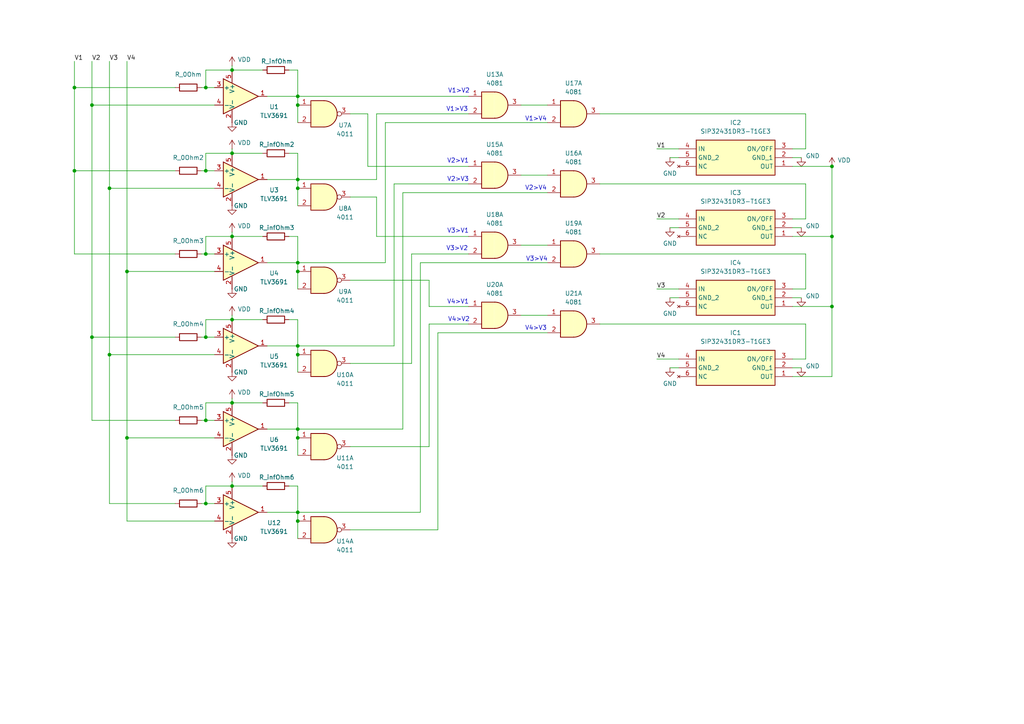
<source format=kicad_sch>
(kicad_sch (version 20231120) (generator "eeschema") (generator_version "8.0")
  (paper "A4")
  (lib_symbols
    (symbol "4xxx:4011" (pin_names (offset 1.016))
      (property "Reference" "U" (at 0 1.27 0))
      (property "Value" "4011" (at 0 -1.27 0))
      (symbol "4011_1_1"
        (arc (start 0 -3.81) (mid 3.7934 0) (end 0 3.81) (stroke (width 0.254)) (fill (type background)))
        (polyline (pts (xy 0 3.81) (xy -3.81 3.81) (xy -3.81 -3.81) (xy 0 -3.81)) (stroke (width 0.254)) (fill (type background)))
        (pin input line (at -7.62 2.54 0) (length 3.81) (name "~") (number "1"))
        (pin input line (at -7.62 -2.54 0) (length 3.81) (name "~") (number "2"))
        (pin output inverted (at 7.62 0 180) (length 3.81) (name "~") (number "3"))
      )
      (symbol "4011_1_2"
        (arc (start -3.81 -3.81) (mid -2.589 0) (end -3.81 3.81) (stroke (width 0.254)))
        (arc (start -0.6096 -3.81) (mid 2.1842 -2.5851) (end 3.81 0) (stroke (width 0.254)) (fill (type background)))
        (polyline (pts (xy -3.81 -3.81) (xy -0.635 -3.81)) (stroke (width 0.254)) (fill (type background)))
        (polyline (pts (xy -3.81 3.81) (xy -0.635 3.81)) (stroke (width 0.254)) (fill (type background)))
        (polyline (pts (xy -0.635 3.81) (xy -3.81 3.81) (xy -3.81 3.81) (xy -3.556 3.4036) (xy -3.0226 2.2606) (xy -2.6924 1.0414) (xy -2.6162 -0.254) (xy -2.7686 -1.4986) (xy -3.175 -2.7178) (xy -3.81 -3.81) (xy -3.81 -3.81) (xy -0.635 -3.81)) (stroke (width -25.4)) (fill (type background)))
        (arc (start 3.81 0) (mid 2.1915 2.5936) (end -0.6096 3.81) (stroke (width 0.254)) (fill (type background)))
        (pin input inverted (at -7.62 2.54 0) (length 4.318) (name "~") (number "1"))
        (pin input inverted (at -7.62 -2.54 0) (length 4.318) (name "~") (number "2"))
        (pin output line (at 7.62 0 180) (length 3.81) (name "~") (number "3"))
      )
      (symbol "4011_2_1"
        (arc (start 0 -3.81) (mid 3.7934 0) (end 0 3.81) (stroke (width 0.254)) (fill (type background)))
        (polyline (pts (xy 0 3.81) (xy -3.81 3.81) (xy -3.81 -3.81) (xy 0 -3.81)) (stroke (width 0.254)) (fill (type background)))
        (pin output inverted (at 7.62 0 180) (length 3.81) (name "~") (number "4"))
        (pin input line (at -7.62 2.54 0) (length 3.81) (name "~") (number "5"))
        (pin input line (at -7.62 -2.54 0) (length 3.81) (name "~") (number "6"))
      )
      (symbol "4011_2_2"
        (arc (start -3.81 -3.81) (mid -2.589 0) (end -3.81 3.81) (stroke (width 0.254)))
        (arc (start -0.6096 -3.81) (mid 2.1842 -2.5851) (end 3.81 0) (stroke (width 0.254)) (fill (type background)))
        (polyline (pts (xy -3.81 -3.81) (xy -0.635 -3.81)) (stroke (width 0.254)) (fill (type background)))
        (polyline (pts (xy -3.81 3.81) (xy -0.635 3.81)) (stroke (width 0.254)) (fill (type background)))
        (polyline (pts (xy -0.635 3.81) (xy -3.81 3.81) (xy -3.81 3.81) (xy -3.556 3.4036) (xy -3.0226 2.2606) (xy -2.6924 1.0414) (xy -2.6162 -0.254) (xy -2.7686 -1.4986) (xy -3.175 -2.7178) (xy -3.81 -3.81) (xy -3.81 -3.81) (xy -0.635 -3.81)) (stroke (width -25.4)) (fill (type background)))
        (arc (start 3.81 0) (mid 2.1915 2.5936) (end -0.6096 3.81) (stroke (width 0.254)) (fill (type background)))
        (pin output line (at 7.62 0 180) (length 3.81) (name "~") (number "4"))
        (pin input inverted (at -7.62 2.54 0) (length 4.318) (name "~") (number "5"))
        (pin input inverted (at -7.62 -2.54 0) (length 4.318) (name "~") (number "6"))
      )
      (symbol "4011_3_1"
        (arc (start 0 -3.81) (mid 3.7934 0) (end 0 3.81) (stroke (width 0.254)) (fill (type background)))
        (polyline (pts (xy 0 3.81) (xy -3.81 3.81) (xy -3.81 -3.81) (xy 0 -3.81)) (stroke (width 0.254)) (fill (type background)))
        (pin output inverted (at 7.62 0 180) (length 3.81) (name "~") (number "10"))
        (pin input line (at -7.62 2.54 0) (length 3.81) (name "~") (number "8"))
        (pin input line (at -7.62 -2.54 0) (length 3.81) (name "~") (number "9"))
      )
      (symbol "4011_3_2"
        (arc (start -3.81 -3.81) (mid -2.589 0) (end -3.81 3.81) (stroke (width 0.254)))
        (arc (start -0.6096 -3.81) (mid 2.1842 -2.5851) (end 3.81 0) (stroke (width 0.254)) (fill (type background)))
        (polyline (pts (xy -3.81 -3.81) (xy -0.635 -3.81)) (stroke (width 0.254)) (fill (type background)))
        (polyline (pts (xy -3.81 3.81) (xy -0.635 3.81)) (stroke (width 0.254)) (fill (type background)))
        (polyline (pts (xy -0.635 3.81) (xy -3.81 3.81) (xy -3.81 3.81) (xy -3.556 3.4036) (xy -3.0226 2.2606) (xy -2.6924 1.0414) (xy -2.6162 -0.254) (xy -2.7686 -1.4986) (xy -3.175 -2.7178) (xy -3.81 -3.81) (xy -3.81 -3.81) (xy -0.635 -3.81)) (stroke (width -25.4)) (fill (type background)))
        (arc (start 3.81 0) (mid 2.1915 2.5936) (end -0.6096 3.81) (stroke (width 0.254)) (fill (type background)))
        (pin output line (at 7.62 0 180) (length 3.81) (name "~") (number "10"))
        (pin input inverted (at -7.62 2.54 0) (length 4.318) (name "~") (number "8"))
        (pin input inverted (at -7.62 -2.54 0) (length 4.318) (name "~") (number "9"))
      )
      (symbol "4011_4_1"
        (arc (start 0 -3.81) (mid 3.7934 0) (end 0 3.81) (stroke (width 0.254)) (fill (type background)))
        (polyline (pts (xy 0 3.81) (xy -3.81 3.81) (xy -3.81 -3.81) (xy 0 -3.81)) (stroke (width 0.254)) (fill (type background)))
        (pin output inverted (at 7.62 0 180) (length 3.81) (name "~") (number "11"))
        (pin input line (at -7.62 2.54 0) (length 3.81) (name "~") (number "12"))
        (pin input line (at -7.62 -2.54 0) (length 3.81) (name "~") (number "13"))
      )
      (symbol "4011_4_2"
        (arc (start -3.81 -3.81) (mid -2.589 0) (end -3.81 3.81) (stroke (width 0.254)))
        (arc (start -0.6096 -3.81) (mid 2.1842 -2.5851) (end 3.81 0) (stroke (width 0.254)) (fill (type background)))
        (polyline (pts (xy -3.81 -3.81) (xy -0.635 -3.81)) (stroke (width 0.254)) (fill (type background)))
        (polyline (pts (xy -3.81 3.81) (xy -0.635 3.81)) (stroke (width 0.254)) (fill (type background)))
        (polyline (pts (xy -0.635 3.81) (xy -3.81 3.81) (xy -3.81 3.81) (xy -3.556 3.4036) (xy -3.0226 2.2606) (xy -2.6924 1.0414) (xy -2.6162 -0.254) (xy -2.7686 -1.4986) (xy -3.175 -2.7178) (xy -3.81 -3.81) (xy -3.81 -3.81) (xy -0.635 -3.81)) (stroke (width -25.4)) (fill (type background)))
        (arc (start 3.81 0) (mid 2.1915 2.5936) (end -0.6096 3.81) (stroke (width 0.254)) (fill (type background)))
        (pin output line (at 7.62 0 180) (length 3.81) (name "~") (number "11"))
        (pin input inverted (at -7.62 2.54 0) (length 4.318) (name "~") (number "12"))
        (pin input inverted (at -7.62 -2.54 0) (length 4.318) (name "~") (number "13"))
      )
      (symbol "4011_5_0"
        (pin power_in line (at 0 12.7 270) (length 5.08) (name "VDD") (number "14"))
        (pin power_in line (at 0 -12.7 90) (length 5.08) (name "VSS") (number "7"))
      )
      (symbol "4011_5_1"
        (rectangle (start -5.08 7.62) (end 5.08 -7.62) (stroke (width 0.254)) (fill (type background)))
      )
    )
    (symbol "4xxx:4081" (pin_names (offset 1.016))
      (property "Reference" "U" (at 0 1.27 0))
      (property "Value" "4081" (at 0 -1.27 0))
      (symbol "4081_1_1"
        (arc (start 0 -3.81) (mid 3.7934 0) (end 0 3.81) (stroke (width 0.254)) (fill (type background)))
        (polyline (pts (xy 0 3.81) (xy -3.81 3.81) (xy -3.81 -3.81) (xy 0 -3.81)) (stroke (width 0.254)) (fill (type background)))
        (pin input line (at -7.62 2.54 0) (length 3.81) (name "~") (number "1"))
        (pin input line (at -7.62 -2.54 0) (length 3.81) (name "~") (number "2"))
        (pin output line (at 7.62 0 180) (length 3.81) (name "~") (number "3"))
      )
      (symbol "4081_1_2"
        (arc (start -3.81 -3.81) (mid -2.589 0) (end -3.81 3.81) (stroke (width 0.254)))
        (arc (start -0.6096 -3.81) (mid 2.1842 -2.5851) (end 3.81 0) (stroke (width 0.254)) (fill (type background)))
        (polyline (pts (xy -3.81 -3.81) (xy -0.635 -3.81)) (stroke (width 0.254)) (fill (type background)))
        (polyline (pts (xy -3.81 3.81) (xy -0.635 3.81)) (stroke (width 0.254)) (fill (type background)))
        (polyline (pts (xy -0.635 3.81) (xy -3.81 3.81) (xy -3.81 3.81) (xy -3.556 3.4036) (xy -3.0226 2.2606) (xy -2.6924 1.0414) (xy -2.6162 -0.254) (xy -2.7686 -1.4986) (xy -3.175 -2.7178) (xy -3.81 -3.81) (xy -3.81 -3.81) (xy -0.635 -3.81)) (stroke (width -25.4)) (fill (type background)))
        (arc (start 3.81 0) (mid 2.1915 2.5936) (end -0.6096 3.81) (stroke (width 0.254)) (fill (type background)))
        (pin input inverted (at -7.62 2.54 0) (length 4.318) (name "~") (number "1"))
        (pin input inverted (at -7.62 -2.54 0) (length 4.318) (name "~") (number "2"))
        (pin output inverted (at 7.62 0 180) (length 3.81) (name "~") (number "3"))
      )
      (symbol "4081_2_1"
        (arc (start 0 -3.81) (mid 3.7934 0) (end 0 3.81) (stroke (width 0.254)) (fill (type background)))
        (polyline (pts (xy 0 3.81) (xy -3.81 3.81) (xy -3.81 -3.81) (xy 0 -3.81)) (stroke (width 0.254)) (fill (type background)))
        (pin output line (at 7.62 0 180) (length 3.81) (name "~") (number "4"))
        (pin input line (at -7.62 2.54 0) (length 3.81) (name "~") (number "5"))
        (pin input line (at -7.62 -2.54 0) (length 3.81) (name "~") (number "6"))
      )
      (symbol "4081_2_2"
        (arc (start -3.81 -3.81) (mid -2.589 0) (end -3.81 3.81) (stroke (width 0.254)))
        (arc (start -0.6096 -3.81) (mid 2.1842 -2.5851) (end 3.81 0) (stroke (width 0.254)) (fill (type background)))
        (polyline (pts (xy -3.81 -3.81) (xy -0.635 -3.81)) (stroke (width 0.254)) (fill (type background)))
        (polyline (pts (xy -3.81 3.81) (xy -0.635 3.81)) (stroke (width 0.254)) (fill (type background)))
        (polyline (pts (xy -0.635 3.81) (xy -3.81 3.81) (xy -3.81 3.81) (xy -3.556 3.4036) (xy -3.0226 2.2606) (xy -2.6924 1.0414) (xy -2.6162 -0.254) (xy -2.7686 -1.4986) (xy -3.175 -2.7178) (xy -3.81 -3.81) (xy -3.81 -3.81) (xy -0.635 -3.81)) (stroke (width -25.4)) (fill (type background)))
        (arc (start 3.81 0) (mid 2.1915 2.5936) (end -0.6096 3.81) (stroke (width 0.254)) (fill (type background)))
        (pin output inverted (at 7.62 0 180) (length 3.81) (name "~") (number "4"))
        (pin input inverted (at -7.62 2.54 0) (length 4.318) (name "~") (number "5"))
        (pin input inverted (at -7.62 -2.54 0) (length 4.318) (name "~") (number "6"))
      )
      (symbol "4081_3_1"
        (arc (start 0 -3.81) (mid 3.7934 0) (end 0 3.81) (stroke (width 0.254)) (fill (type background)))
        (polyline (pts (xy 0 3.81) (xy -3.81 3.81) (xy -3.81 -3.81) (xy 0 -3.81)) (stroke (width 0.254)) (fill (type background)))
        (pin output line (at 7.62 0 180) (length 3.81) (name "~") (number "10"))
        (pin input line (at -7.62 2.54 0) (length 3.81) (name "~") (number "8"))
        (pin input line (at -7.62 -2.54 0) (length 3.81) (name "~") (number "9"))
      )
      (symbol "4081_3_2"
        (arc (start -3.81 -3.81) (mid -2.589 0) (end -3.81 3.81) (stroke (width 0.254)))
        (arc (start -0.6096 -3.81) (mid 2.1842 -2.5851) (end 3.81 0) (stroke (width 0.254)) (fill (type background)))
        (polyline (pts (xy -3.81 -3.81) (xy -0.635 -3.81)) (stroke (width 0.254)) (fill (type background)))
        (polyline (pts (xy -3.81 3.81) (xy -0.635 3.81)) (stroke (width 0.254)) (fill (type background)))
        (polyline (pts (xy -0.635 3.81) (xy -3.81 3.81) (xy -3.81 3.81) (xy -3.556 3.4036) (xy -3.0226 2.2606) (xy -2.6924 1.0414) (xy -2.6162 -0.254) (xy -2.7686 -1.4986) (xy -3.175 -2.7178) (xy -3.81 -3.81) (xy -3.81 -3.81) (xy -0.635 -3.81)) (stroke (width -25.4)) (fill (type background)))
        (arc (start 3.81 0) (mid 2.1915 2.5936) (end -0.6096 3.81) (stroke (width 0.254)) (fill (type background)))
        (pin output inverted (at 7.62 0 180) (length 3.81) (name "~") (number "10"))
        (pin input inverted (at -7.62 2.54 0) (length 4.318) (name "~") (number "8"))
        (pin input inverted (at -7.62 -2.54 0) (length 4.318) (name "~") (number "9"))
      )
      (symbol "4081_4_1"
        (arc (start 0 -3.81) (mid 3.7934 0) (end 0 3.81) (stroke (width 0.254)) (fill (type background)))
        (polyline (pts (xy 0 3.81) (xy -3.81 3.81) (xy -3.81 -3.81) (xy 0 -3.81)) (stroke (width 0.254)) (fill (type background)))
        (pin output line (at 7.62 0 180) (length 3.81) (name "~") (number "11"))
        (pin input line (at -7.62 2.54 0) (length 3.81) (name "~") (number "12"))
        (pin input line (at -7.62 -2.54 0) (length 3.81) (name "~") (number "13"))
      )
      (symbol "4081_4_2"
        (arc (start -3.81 -3.81) (mid -2.589 0) (end -3.81 3.81) (stroke (width 0.254)))
        (arc (start -0.6096 -3.81) (mid 2.1842 -2.5851) (end 3.81 0) (stroke (width 0.254)) (fill (type background)))
        (polyline (pts (xy -3.81 -3.81) (xy -0.635 -3.81)) (stroke (width 0.254)) (fill (type background)))
        (polyline (pts (xy -3.81 3.81) (xy -0.635 3.81)) (stroke (width 0.254)) (fill (type background)))
        (polyline (pts (xy -0.635 3.81) (xy -3.81 3.81) (xy -3.81 3.81) (xy -3.556 3.4036) (xy -3.0226 2.2606) (xy -2.6924 1.0414) (xy -2.6162 -0.254) (xy -2.7686 -1.4986) (xy -3.175 -2.7178) (xy -3.81 -3.81) (xy -3.81 -3.81) (xy -0.635 -3.81)) (stroke (width -25.4)) (fill (type background)))
        (arc (start 3.81 0) (mid 2.1915 2.5936) (end -0.6096 3.81) (stroke (width 0.254)) (fill (type background)))
        (pin output inverted (at 7.62 0 180) (length 3.81) (name "~") (number "11"))
        (pin input inverted (at -7.62 2.54 0) (length 4.318) (name "~") (number "12"))
        (pin input inverted (at -7.62 -2.54 0) (length 4.318) (name "~") (number "13"))
      )
      (symbol "4081_5_0"
        (pin power_in line (at 0 12.7 270) (length 5.08) (name "VDD") (number "14"))
        (pin power_in line (at 0 -12.7 90) (length 5.08) (name "VSS") (number "7"))
      )
      (symbol "4081_5_1"
        (rectangle (start -5.08 7.62) (end 5.08 -7.62) (stroke (width 0.254)) (fill (type background)))
      )
    )
    (symbol "Comparator:TLV7031DBV" (pin_names (offset 0.127))
      (property "Reference" "U" (at -1.27 6.35 0))
      (property "Value" "TLV7031DBV" (at -1.27 3.81 0))
      (symbol "TLV7031DBV_0_1"
        (polyline (pts (xy -5.08 5.08) (xy 5.08 0) (xy -5.08 -5.08) (xy -5.08 5.08)) (stroke (width 0.254)) (fill (type background)))
        (pin power_in line (at -2.54 -7.62 90) (length 3.81) (name "V-") (number "2"))
        (pin power_in line (at -2.54 7.62 270) (length 3.81) (name "V+") (number "5"))
      )
      (symbol "TLV7031DBV_1_1"
        (pin output line (at 7.62 0 180) (length 2.54) (name "~") (number "1"))
        (pin input line (at -7.62 2.54 0) (length 2.54) (name "+") (number "3"))
        (pin input line (at -7.62 -2.54 0) (length 2.54) (name "-") (number "4"))
      )
    )
    (symbol "Device:R" (pin_numbers hide) (pin_names (offset 0))
      (property "Reference" "R" (at 2.032 0 90))
      (property "Value" "R" (at 0 0 90))
      (symbol "R_0_1"
        (rectangle (start -1.016 -2.54) (end 1.016 2.54) (stroke (width 0.254)))
      )
      (symbol "R_1_1"
        (pin passive line (at 0 3.81 270) (length 1.27) (name "~") (number "1"))
        (pin passive line (at 0 -3.81 90) (length 1.27) (name "~") (number "2"))
      )
    )
    (symbol "SIP32431DR3-T1GE3:SIP32431DR3-T1GE3"
      (property "Reference" "IC" (at 29.21 7.62 0))
      (property "Value" "SIP32431DR3-T1GE3" (at 29.21 5.08 0))
      (symbol "SIP32431DR3-T1GE3_1_1"
        (rectangle (start 5.08 2.54) (end 27.94 -7.62) (stroke (width 0.254)) (fill (type background)))
        (pin passive line (at 0 0 0) (length 5.08) (name "OUT") (number "1"))
        (pin passive line (at 0 -2.54 0) (length 5.08) (name "GND_1") (number "2"))
        (pin passive line (at 0 -5.08 0) (length 5.08) (name "ON/OFF") (number "3"))
        (pin passive line (at 33.02 -5.08 180) (length 5.08) (name "IN") (number "4"))
        (pin passive line (at 33.02 -2.54 180) (length 5.08) (name "GND_2") (number "5"))
        (pin no_connect line (at 33.02 0 180) (length 5.08) (name "NC") (number "6"))
      )
    )
    (symbol "power:GND" (power) (pin_numbers hide) (pin_names (offset 0) hide)
      (property "Value" "GND" (at 0 -3.81 0))
      (symbol "GND_0_1"
        (polyline (pts (xy 0 0) (xy 0 -1.27) (xy 1.27 -1.27) (xy 0 -2.54) (xy -1.27 -1.27) (xy 0 -1.27)))
      )
      (symbol "GND_1_1"
        (pin power_in line (at 0 0 270) (length 0) (name "~") (number "1"))
      )
    )
    (symbol "power:VDD" (power) (pin_numbers hide) (pin_names (offset 0) hide)
      (property "Value" "VDD" (at 0 3.556 0))
      (symbol "VDD_0_1"
        (polyline (pts (xy -0.762 1.27) (xy 0 2.54)))
        (polyline (pts (xy 0 0) (xy 0 2.54)))
        (polyline (pts (xy 0 2.54) (xy 0.762 1.27)))
      )
      (symbol "VDD_1_1"
        (pin power_in line (at 0 0 90) (length 0) (name "~") (number "1"))
      )
    )
  )
  (junction (at 67.31 92.71))
  (junction (at 67.31 20.32))
  (junction (at 67.31 116.84))
  (junction (at 21.59 49.53))
  (junction (at 241.3 68.58))
  (junction (at 36.83 127))
  (junction (at 31.75 54.61))
  (junction (at 86.36 124.46))
  (junction (at 26.67 97.79))
  (junction (at 67.31 68.58))
  (junction (at 86.36 102.87))
  (junction (at 86.36 52.07))
  (junction (at 241.3 48.26))
  (junction (at 59.69 73.66))
  (junction (at 21.59 25.4))
  (junction (at 241.3 88.9))
  (junction (at 86.36 54.61))
  (junction (at 26.67 30.48))
  (junction (at 86.36 30.48))
  (junction (at 31.75 102.87))
  (junction (at 59.69 97.79))
  (junction (at 59.69 25.4))
  (junction (at 59.69 146.05))
  (junction (at 86.36 151.13))
  (junction (at 86.36 78.74))
  (junction (at 86.36 100.33))
  (junction (at 86.36 148.59))
  (junction (at 86.36 27.94))
  (junction (at 86.36 76.2))
  (junction (at 36.83 78.74))
  (junction (at 86.36 127))
  (junction (at 67.31 44.45))
  (junction (at 67.31 140.97))
  (junction (at 59.69 121.92))
  (junction (at 59.69 49.53))
  (wire (pts (xy 62.23 49.53) (xy 59.69 49.53)))
  (wire (pts (xy 229.87 83.82) (xy 233.68 83.82)))
  (wire (pts (xy 21.59 73.66) (xy 21.59 49.53)))
  (wire (pts (xy 158.75 35.56) (xy 111.76 35.56)))
  (wire (pts (xy 135.89 73.66) (xy 119.38 73.66)))
  (wire (pts (xy 59.69 44.45) (xy 59.69 49.53)))
  (wire (pts (xy 86.36 68.58) (xy 83.82 68.58)))
  (wire (pts (xy 62.23 73.66) (xy 59.69 73.66)))
  (wire (pts (xy 233.68 104.14) (xy 233.68 93.98)))
  (wire (pts (xy 62.23 121.92) (xy 59.69 121.92)))
  (wire (pts (xy 233.68 43.18) (xy 233.68 33.02)))
  (wire (pts (xy 233.68 93.98) (xy 173.99 93.98)))
  (wire (pts (xy 86.36 76.2) (xy 111.76 76.2)))
  (wire (pts (xy 86.36 148.59) (xy 86.36 151.13)))
  (wire (pts (xy 241.3 48.26) (xy 229.87 48.26)))
  (wire (pts (xy 194.31 86.36) (xy 196.85 86.36)))
  (wire (pts (xy 67.31 91.44) (xy 67.31 92.71)))
  (wire (pts (xy 62.23 54.61) (xy 31.75 54.61)))
  (wire (pts (xy 86.36 124.46) (xy 86.36 127)))
  (wire (pts (xy 26.67 97.79) (xy 26.67 30.48)))
  (wire (pts (xy 36.83 78.74) (xy 36.83 17.78)))
  (wire (pts (xy 67.31 92.71) (xy 76.2 92.71)))
  (wire (pts (xy 67.31 68.58) (xy 76.2 68.58)))
  (wire (pts (xy 59.69 121.92) (xy 58.42 121.92)))
  (wire (pts (xy 86.36 54.61) (xy 86.36 59.69)))
  (wire (pts (xy 77.47 52.07) (xy 86.36 52.07)))
  (wire (pts (xy 67.31 43.18) (xy 67.31 44.45)))
  (wire (pts (xy 59.69 140.97) (xy 59.69 146.05)))
  (wire (pts (xy 86.36 30.48) (xy 86.36 35.56)))
  (wire (pts (xy 59.69 116.84) (xy 67.31 116.84)))
  (wire (pts (xy 62.23 25.4) (xy 59.69 25.4)))
  (wire (pts (xy 62.23 151.13) (xy 36.83 151.13)))
  (wire (pts (xy 67.31 67.31) (xy 67.31 68.58)))
  (wire (pts (xy 67.31 19.05) (xy 67.31 20.32)))
  (wire (pts (xy 59.69 73.66) (xy 58.42 73.66)))
  (wire (pts (xy 135.89 48.26) (xy 106.68 48.26)))
  (wire (pts (xy 59.69 49.53) (xy 58.42 49.53)))
  (wire (pts (xy 151.13 71.12) (xy 158.75 71.12)))
  (wire (pts (xy 86.36 44.45) (xy 83.82 44.45)))
  (wire (pts (xy 106.68 33.02) (xy 101.6 33.02)))
  (wire (pts (xy 77.47 148.59) (xy 86.36 148.59)))
  (wire (pts (xy 31.75 54.61) (xy 31.75 17.78)))
  (wire (pts (xy 59.69 25.4) (xy 58.42 25.4)))
  (wire (pts (xy 194.31 106.68) (xy 196.85 106.68)))
  (wire (pts (xy 67.31 20.32) (xy 76.2 20.32)))
  (wire (pts (xy 50.8 121.92) (xy 26.67 121.92)))
  (wire (pts (xy 67.31 115.57) (xy 67.31 116.84)))
  (wire (pts (xy 229.87 86.36) (xy 232.41 86.36)))
  (wire (pts (xy 111.76 35.56) (xy 111.76 76.2)))
  (wire (pts (xy 124.46 88.9) (xy 135.89 88.9)))
  (wire (pts (xy 190.5 83.82) (xy 196.85 83.82)))
  (wire (pts (xy 77.47 124.46) (xy 86.36 124.46)))
  (wire (pts (xy 86.36 92.71) (xy 83.82 92.71)))
  (wire (pts (xy 67.31 44.45) (xy 76.2 44.45)))
  (wire (pts (xy 59.69 44.45) (xy 67.31 44.45)))
  (wire (pts (xy 86.36 20.32) (xy 83.82 20.32)))
  (wire (pts (xy 151.13 91.44) (xy 158.75 91.44)))
  (wire (pts (xy 21.59 73.66) (xy 50.8 73.66)))
  (wire (pts (xy 36.83 78.74) (xy 62.23 78.74)))
  (wire (pts (xy 135.89 53.34) (xy 114.3 53.34)))
  (wire (pts (xy 194.31 66.04) (xy 196.85 66.04)))
  (wire (pts (xy 67.31 140.97) (xy 76.2 140.97)))
  (wire (pts (xy 109.22 33.02) (xy 109.22 52.07)))
  (wire (pts (xy 86.36 52.07) (xy 109.22 52.07)))
  (wire (pts (xy 127 96.52) (xy 127 153.67)))
  (wire (pts (xy 229.87 68.58) (xy 241.3 68.58)))
  (wire (pts (xy 158.75 76.2) (xy 121.92 76.2)))
  (wire (pts (xy 114.3 53.34) (xy 114.3 100.33)))
  (wire (pts (xy 114.3 100.33) (xy 86.36 100.33)))
  (wire (pts (xy 86.36 78.74) (xy 86.36 83.82)))
  (wire (pts (xy 158.75 55.88) (xy 116.84 55.88)))
  (wire (pts (xy 86.36 140.97) (xy 83.82 140.97)))
  (wire (pts (xy 59.69 116.84) (xy 59.69 121.92)))
  (wire (pts (xy 124.46 129.54) (xy 101.6 129.54)))
  (wire (pts (xy 135.89 93.98) (xy 124.46 93.98)))
  (wire (pts (xy 109.22 57.15) (xy 101.6 57.15)))
  (wire (pts (xy 36.83 78.74) (xy 36.83 127)))
  (wire (pts (xy 62.23 97.79) (xy 59.69 97.79)))
  (wire (pts (xy 119.38 73.66) (xy 119.38 105.41)))
  (wire (pts (xy 62.23 127) (xy 36.83 127)))
  (wire (pts (xy 59.69 68.58) (xy 67.31 68.58)))
  (wire (pts (xy 151.13 50.8) (xy 158.75 50.8)))
  (wire (pts (xy 26.67 121.92) (xy 26.67 97.79)))
  (wire (pts (xy 86.36 27.94) (xy 135.89 27.94)))
  (wire (pts (xy 50.8 97.79) (xy 26.67 97.79)))
  (wire (pts (xy 233.68 73.66) (xy 173.99 73.66)))
  (wire (pts (xy 241.3 109.22) (xy 241.3 88.9)))
  (wire (pts (xy 26.67 30.48) (xy 26.67 17.78)))
  (wire (pts (xy 62.23 102.87) (xy 31.75 102.87)))
  (wire (pts (xy 229.87 88.9) (xy 241.3 88.9)))
  (wire (pts (xy 86.36 116.84) (xy 83.82 116.84)))
  (wire (pts (xy 109.22 68.58) (xy 109.22 57.15)))
  (wire (pts (xy 59.69 20.32) (xy 59.69 25.4)))
  (wire (pts (xy 86.36 44.45) (xy 86.36 52.07)))
  (wire (pts (xy 59.69 92.71) (xy 59.69 97.79)))
  (wire (pts (xy 86.36 27.94) (xy 86.36 30.48)))
  (wire (pts (xy 86.36 76.2) (xy 86.36 78.74)))
  (wire (pts (xy 233.68 63.5) (xy 233.68 53.34)))
  (wire (pts (xy 241.3 88.9) (xy 241.3 68.58)))
  (wire (pts (xy 241.3 68.58) (xy 241.3 48.26)))
  (wire (pts (xy 190.5 104.14) (xy 196.85 104.14)))
  (wire (pts (xy 135.89 68.58) (xy 109.22 68.58)))
  (wire (pts (xy 21.59 25.4) (xy 21.59 17.78)))
  (wire (pts (xy 86.36 127) (xy 86.36 132.08)))
  (wire (pts (xy 86.36 140.97) (xy 86.36 148.59)))
  (wire (pts (xy 62.23 146.05) (xy 59.69 146.05)))
  (wire (pts (xy 124.46 81.28) (xy 101.6 81.28)))
  (wire (pts (xy 229.87 43.18) (xy 233.68 43.18)))
  (wire (pts (xy 59.69 146.05) (xy 58.42 146.05)))
  (wire (pts (xy 31.75 146.05) (xy 31.75 102.87)))
  (wire (pts (xy 77.47 100.33) (xy 86.36 100.33)))
  (wire (pts (xy 59.69 20.32) (xy 67.31 20.32)))
  (wire (pts (xy 31.75 102.87) (xy 31.75 54.61)))
  (wire (pts (xy 119.38 105.41) (xy 101.6 105.41)))
  (wire (pts (xy 229.87 66.04) (xy 232.41 66.04)))
  (wire (pts (xy 194.31 45.72) (xy 196.85 45.72)))
  (wire (pts (xy 106.68 48.26) (xy 106.68 33.02)))
  (wire (pts (xy 158.75 96.52) (xy 127 96.52)))
  (wire (pts (xy 59.69 68.58) (xy 59.69 73.66)))
  (wire (pts (xy 26.67 30.48) (xy 62.23 30.48)))
  (wire (pts (xy 59.69 92.71) (xy 67.31 92.71)))
  (wire (pts (xy 86.36 151.13) (xy 86.36 156.21)))
  (wire (pts (xy 36.83 127) (xy 36.83 151.13)))
  (wire (pts (xy 86.36 102.87) (xy 86.36 107.95)))
  (wire (pts (xy 67.31 139.7) (xy 67.31 140.97)))
  (wire (pts (xy 229.87 104.14) (xy 233.68 104.14)))
  (wire (pts (xy 21.59 25.4) (xy 50.8 25.4)))
  (wire (pts (xy 229.87 63.5) (xy 233.68 63.5)))
  (wire (pts (xy 121.92 148.59) (xy 86.36 148.59)))
  (wire (pts (xy 135.89 33.02) (xy 109.22 33.02)))
  (wire (pts (xy 229.87 45.72) (xy 232.41 45.72)))
  (wire (pts (xy 233.68 53.34) (xy 173.99 53.34)))
  (wire (pts (xy 229.87 106.68) (xy 232.41 106.68)))
  (wire (pts (xy 77.47 27.94) (xy 86.36 27.94)))
  (wire (pts (xy 124.46 88.9) (xy 124.46 81.28)))
  (wire (pts (xy 59.69 97.79) (xy 58.42 97.79)))
  (wire (pts (xy 50.8 146.05) (xy 31.75 146.05)))
  (wire (pts (xy 86.36 20.32) (xy 86.36 27.94)))
  (wire (pts (xy 124.46 93.98) (xy 124.46 129.54)))
  (wire (pts (xy 77.47 76.2) (xy 86.36 76.2)))
  (wire (pts (xy 190.5 63.5) (xy 196.85 63.5)))
  (wire (pts (xy 86.36 52.07) (xy 86.36 54.61)))
  (wire (pts (xy 151.13 30.48) (xy 158.75 30.48)))
  (wire (pts (xy 229.87 109.22) (xy 241.3 109.22)))
  (wire (pts (xy 233.68 83.82) (xy 233.68 73.66)))
  (wire (pts (xy 67.31 116.84) (xy 76.2 116.84)))
  (wire (pts (xy 116.84 55.88) (xy 116.84 124.46)))
  (wire (pts (xy 121.92 76.2) (xy 121.92 148.59)))
  (wire (pts (xy 190.5 43.18) (xy 196.85 43.18)))
  (wire (pts (xy 86.36 92.71) (xy 86.36 100.33)))
  (wire (pts (xy 86.36 68.58) (xy 86.36 76.2)))
  (wire (pts (xy 86.36 116.84) (xy 86.36 124.46)))
  (wire (pts (xy 116.84 124.46) (xy 86.36 124.46)))
  (wire (pts (xy 127 153.67) (xy 101.6 153.67)))
  (wire (pts (xy 59.69 140.97) (xy 67.31 140.97)))
  (wire (pts (xy 21.59 49.53) (xy 50.8 49.53)))
  (wire (pts (xy 233.68 33.02) (xy 173.99 33.02)))
  (wire (pts (xy 21.59 49.53) (xy 21.59 25.4)))
  (wire (pts (xy 86.36 100.33) (xy 86.36 102.87)))
  (text "V2>V3" (at 132.842 52.07 0) (effects (font (size 1.27 1.27))))
  (text "V3>V1" (at 132.842 67.056 0) (effects (font (size 1.27 1.27))))
  (text "V4>V2" (at 133.096 92.71 0) (effects (font (size 1.27 1.27))))
  (text "V2>V4" (at 155.448 54.61 0) (effects (font (size 1.27 1.27))))
  (text "V4>V1" (at 132.842 87.63 0) (effects (font (size 1.27 1.27))))
  (text "V3>V4" (at 155.702 75.184 0) (effects (font (size 1.27 1.27))))
  (text "V2>V1" (at 132.842 46.736 0) (effects (font (size 1.27 1.27))))
  (text "V4>V3" (at 155.448 95.25 0) (effects (font (size 1.27 1.27))))
  (text "V1>V4" (at 155.448 34.544 0) (effects (font (size 1.27 1.27))))
  (text "V3>V2" (at 132.588 72.136 0) (effects (font (size 1.27 1.27))))
  (text "V1>V3" (at 132.588 31.75 0) (effects (font (size 1.27 1.27))))
  (text "V1>V2" (at 133.096 26.416 0) (effects (font (size 1.27 1.27))))
  (label "V4" (at 190.5 104.14 0))
  (label "V3" (at 190.5 83.82 0))
  (label "V2" (at 190.5 63.5 0))
  (label "V3" (at 31.75 17.78 0))
  (label "V2" (at 26.67 17.78 0))
  (label "V1" (at 21.59 17.78 0))
  (label "V4" (at 36.83 17.78 0))
  (label "V1" (at 190.5 43.18 0))
  (symbol (lib_id "SIP32431DR3-T1GE3:SIP32431DR3-T1GE3") (at 229.87 68.58 180) (unit 1)
    (property "Reference" "IC3" (at 213.36 55.88 0))
    (property "Value" "SIP32431DR3-T1GE3" (at 213.36 58.42 0))
    (property "Footprint" "SOT65P210X110-6N" (effects (hide yes)))
    (property "Datasheet" "https://www.vishay.com/docs/66597/sip32431.pdf" (effects (hide yes)))
    (property "Description" "VISHAY - SIP32431DR3-T1GE3 - IC, LOAD SWITCH, 1.1V-5.5V, 1A, SC70" (effects (hide yes)))
    (property "Height" "1.1" (effects (hide yes)))
    (property "Mouser Part Number" "781-SIP32431DR3-GE3" (effects (hide yes)))
    (property "Mouser Price/Stock" "https://www.mouser.co.uk/ProductDetail/Vishay-Semiconductors/SIP32431DR3-T1GE3?qs=FfLXECYddQQfTuH6ZEcWCg%3D%3D" (effects (hide yes)))
    (property "Manufacturer_Name" "Vishay" (effects (hide yes)))
    (property "Manufacturer_Part_Number" "SIP32431DR3-T1GE3" (effects (hide yes)))
  )
  (symbol (lib_id "Comparator:TLV7031DBV") (at 69.85 100.33 0) (unit 1)
    (property "Reference" "U5" (at 79.502 103.378 0))
    (property "Value" "TLV3691" (at 79.502 105.918 0))
    (property "Footprint" "Package_TO_SOT_SMD:SOT-23-5_HandSoldering" (effects (hide yes)))
    (property "Datasheet" "https://www.ti.com/lit/ds/symlink/tlv7031.pdf" (effects (hide yes)))
    (property "Description" "Single, 1.6V-6.5V, 315nA Quiescent, Push-Pull Output, Comparator, SOT-23-5/SC-70" (effects (hide yes)))
  )
  (symbol (lib_id "Device:R") (at 54.61 49.53 90) (unit 1)
    (property "Reference" "R_0Ohm2" (at 54.61 45.72 90))
    (property "Value" "0" (effects (hide yes)))
    (property "Description" "Resistor" (effects (hide yes)))
  )
  (symbol (lib_id "power:GND") (at 67.31 132.08 0) (unit 1)
    (property "Reference" "#PWR014" (effects (hide yes)))
    (property "Value" "GND" (at 69.85 132.08 0))
    (property "Description" "Power symbol creates a global label with name \"GND\" , ground" (effects (hide yes)))
  )
  (symbol (lib_id "Comparator:TLV7031DBV") (at 69.85 27.94 0) (unit 1)
    (property "Reference" "U1" (at 79.502 30.988 0))
    (property "Value" "TLV3691" (at 79.502 33.528 0))
    (property "Footprint" "Package_TO_SOT_SMD:SOT-23-5_HandSoldering" (effects (hide yes)))
    (property "Datasheet" "https://www.ti.com/lit/ds/symlink/tlv7031.pdf" (effects (hide yes)))
    (property "Description" "Single, 1.6V-6.5V, 315nA Quiescent, Push-Pull Output, Comparator, SOT-23-5/SC-70" (effects (hide yes)))
  )
  (symbol (lib_id "4xxx:4081") (at 143.51 30.48 0) (unit 1)
    (property "Reference" "U13" (at 143.5017 21.59 0))
    (property "Value" "4081" (at 143.5017 24.13 0))
    (property "Datasheet" "http://www.intersil.com/content/dam/Intersil/documents/cd40/cd4073bms-81bms-82bms.pdf" (effects (hide yes)))
    (property "Description" "Quad And 2 inputs" (effects (hide yes)))
  )
  (symbol (lib_id "4xxx:4011") (at 93.98 153.67 0) (unit 1)
    (property "Reference" "U14" (at 100.076 156.972 0))
    (property "Value" "4011" (at 100.076 159.512 0))
    (property "Datasheet" "http://www.intersil.com/content/dam/Intersil/documents/cd40/cd4011bms-12bms-23bms.pdf" (effects (hide yes)))
    (property "Description" "Quad Nand 2 inputs" (effects (hide yes)))
  )
  (symbol (lib_id "Device:R") (at 80.01 140.97 90) (unit 1)
    (property "Reference" "R_infOhm6" (at 80.264 138.43 90))
    (property "Value" "0" (effects (hide yes)))
    (property "Description" "Resistor" (effects (hide yes)))
  )
  (symbol (lib_id "power:GND") (at 67.31 156.21 0) (unit 1)
    (property "Reference" "#PWR016" (effects (hide yes)))
    (property "Value" "GND" (at 69.85 156.21 0))
    (property "Description" "Power symbol creates a global label with name \"GND\" , ground" (effects (hide yes)))
  )
  (symbol (lib_id "SIP32431DR3-T1GE3:SIP32431DR3-T1GE3") (at 229.87 88.9 180) (unit 1)
    (property "Reference" "IC4" (at 213.36 76.2 0))
    (property "Value" "SIP32431DR3-T1GE3" (at 213.36 78.74 0))
    (property "Footprint" "SOT65P210X110-6N" (effects (hide yes)))
    (property "Datasheet" "https://www.vishay.com/docs/66597/sip32431.pdf" (effects (hide yes)))
    (property "Description" "VISHAY - SIP32431DR3-T1GE3 - IC, LOAD SWITCH, 1.1V-5.5V, 1A, SC70" (effects (hide yes)))
    (property "Height" "1.1" (effects (hide yes)))
    (property "Mouser Part Number" "781-SIP32431DR3-GE3" (effects (hide yes)))
    (property "Mouser Price/Stock" "https://www.mouser.co.uk/ProductDetail/Vishay-Semiconductors/SIP32431DR3-T1GE3?qs=FfLXECYddQQfTuH6ZEcWCg%3D%3D" (effects (hide yes)))
    (property "Manufacturer_Name" "Vishay" (effects (hide yes)))
    (property "Manufacturer_Part_Number" "SIP32431DR3-T1GE3" (effects (hide yes)))
  )
  (symbol (lib_id "power:GND") (at 232.41 86.36 0) (unit 1)
    (property "Reference" "#PWR018" (effects (hide yes)))
    (property "Value" "GND" (at 235.712 85.852 0))
    (property "Description" "Power symbol creates a global label with name \"GND\" , ground" (effects (hide yes)))
  )
  (symbol (lib_id "Device:R") (at 80.01 116.84 90) (unit 1)
    (property "Reference" "R_infOhm5" (at 80.264 114.3 90))
    (property "Value" "0" (effects (hide yes)))
    (property "Description" "Resistor" (effects (hide yes)))
  )
  (symbol (lib_id "Device:R") (at 80.01 68.58 90) (unit 1)
    (property "Reference" "R_infOhm3" (at 80.264 66.04 90))
    (property "Value" "0" (effects (hide yes)))
    (property "Description" "Resistor" (effects (hide yes)))
  )
  (symbol (lib_id "power:VDD") (at 67.31 19.05 0) (unit 1)
    (property "Reference" "#PWR031" (effects (hide yes)))
    (property "Value" "VDD" (at 70.866 17.272 0))
    (property "Description" "Power symbol creates a global label with name \"VDD\"" (effects (hide yes)))
  )
  (symbol (lib_id "power:GND") (at 194.31 45.72 0) (unit 1)
    (property "Reference" "#PWR05" (effects (hide yes)))
    (property "Value" "GND" (at 194.31 50.292 0))
    (property "Description" "Power symbol creates a global label with name \"GND\" , ground" (effects (hide yes)))
  )
  (symbol (lib_id "4xxx:4081") (at 166.37 93.98 0) (unit 1)
    (property "Reference" "U21" (at 166.3617 85.09 0))
    (property "Value" "4081" (at 166.3617 87.63 0))
    (property "Datasheet" "http://www.intersil.com/content/dam/Intersil/documents/cd40/cd4073bms-81bms-82bms.pdf" (effects (hide yes)))
    (property "Description" "Quad And 2 inputs" (effects (hide yes)))
  )
  (symbol (lib_id "4xxx:4081") (at 143.51 71.12 0) (unit 1)
    (property "Reference" "U18" (at 143.5017 62.23 0))
    (property "Value" "4081" (at 143.5017 64.77 0))
    (property "Datasheet" "http://www.intersil.com/content/dam/Intersil/documents/cd40/cd4073bms-81bms-82bms.pdf" (effects (hide yes)))
    (property "Description" "Quad And 2 inputs" (effects (hide yes)))
  )
  (symbol (lib_id "4xxx:4011") (at 93.98 105.41 0) (unit 1)
    (property "Reference" "U10" (at 100.076 108.712 0))
    (property "Value" "4011" (at 100.076 111.252 0))
    (property "Datasheet" "http://www.intersil.com/content/dam/Intersil/documents/cd40/cd4011bms-12bms-23bms.pdf" (effects (hide yes)))
    (property "Description" "Quad Nand 2 inputs" (effects (hide yes)))
  )
  (symbol (lib_id "Device:R") (at 54.61 121.92 90) (unit 1)
    (property "Reference" "R_0Ohm5" (at 54.61 118.11 90))
    (property "Value" "0" (effects (hide yes)))
    (property "Description" "Resistor" (effects (hide yes)))
  )
  (symbol (lib_id "Device:R") (at 54.61 97.79 90) (unit 1)
    (property "Reference" "R_0Ohm4" (at 54.61 93.98 90))
    (property "Value" "0" (effects (hide yes)))
    (property "Description" "Resistor" (effects (hide yes)))
  )
  (symbol (lib_id "Device:R") (at 80.01 92.71 90) (unit 1)
    (property "Reference" "R_infOhm4" (at 80.264 90.17 90))
    (property "Value" "0" (effects (hide yes)))
    (property "Description" "Resistor" (effects (hide yes)))
  )
  (symbol (lib_id "4xxx:4011") (at 93.98 33.02 0) (unit 1)
    (property "Reference" "U7" (at 100.076 36.322 0))
    (property "Value" "4011" (at 100.076 38.862 0))
    (property "Datasheet" "http://www.intersil.com/content/dam/Intersil/documents/cd40/cd4011bms-12bms-23bms.pdf" (effects (hide yes)))
    (property "Description" "Quad Nand 2 inputs" (effects (hide yes)))
  )
  (symbol (lib_id "Comparator:TLV7031DBV") (at 69.85 52.07 0) (unit 1)
    (property "Reference" "U3" (at 79.502 55.118 0))
    (property "Value" "TLV3691" (at 79.502 57.658 0))
    (property "Footprint" "Package_TO_SOT_SMD:SOT-23-5_HandSoldering" (effects (hide yes)))
    (property "Datasheet" "https://www.ti.com/lit/ds/symlink/tlv7031.pdf" (effects (hide yes)))
    (property "Description" "Single, 1.6V-6.5V, 315nA Quiescent, Push-Pull Output, Comparator, SOT-23-5/SC-70" (effects (hide yes)))
  )
  (symbol (lib_id "4xxx:4011") (at 93.98 81.28 0) (unit 1)
    (property "Reference" "U9" (at 100.076 84.582 0))
    (property "Value" "4011" (at 100.076 87.122 0))
    (property "Datasheet" "http://www.intersil.com/content/dam/Intersil/documents/cd40/cd4011bms-12bms-23bms.pdf" (effects (hide yes)))
    (property "Description" "Quad Nand 2 inputs" (effects (hide yes)))
  )
  (symbol (lib_id "power:VDD") (at 67.31 91.44 0) (unit 1)
    (property "Reference" "#PWR011" (effects (hide yes)))
    (property "Value" "VDD" (at 70.866 89.662 0))
    (property "Description" "Power symbol creates a global label with name \"VDD\"" (effects (hide yes)))
  )
  (symbol (lib_id "Comparator:TLV7031DBV") (at 69.85 76.2 0) (unit 1)
    (property "Reference" "U4" (at 79.502 79.248 0))
    (property "Value" "TLV3691" (at 79.502 81.788 0))
    (property "Footprint" "Package_TO_SOT_SMD:SOT-23-5_HandSoldering" (effects (hide yes)))
    (property "Datasheet" "https://www.ti.com/lit/ds/symlink/tlv7031.pdf" (effects (hide yes)))
    (property "Description" "Single, 1.6V-6.5V, 315nA Quiescent, Push-Pull Output, Comparator, SOT-23-5/SC-70" (effects (hide yes)))
  )
  (symbol (lib_id "power:GND") (at 232.41 106.68 0) (unit 1)
    (property "Reference" "#PWR02" (effects (hide yes)))
    (property "Value" "GND" (at 235.712 106.172 0))
    (property "Description" "Power symbol creates a global label with name \"GND\" , ground" (effects (hide yes)))
  )
  (symbol (lib_id "4xxx:4081") (at 166.37 33.02 0) (unit 1)
    (property "Reference" "U17" (at 166.3617 24.13 0))
    (property "Value" "4081" (at 166.3617 26.67 0))
    (property "Datasheet" "http://www.intersil.com/content/dam/Intersil/documents/cd40/cd4073bms-81bms-82bms.pdf" (effects (hide yes)))
    (property "Description" "Quad And 2 inputs" (effects (hide yes)))
  )
  (symbol (lib_id "power:GND") (at 67.31 35.56 0) (unit 1)
    (property "Reference" "#PWR032" (effects (hide yes)))
    (property "Value" "GND" (at 69.85 35.56 0))
    (property "Description" "Power symbol creates a global label with name \"GND\" , ground" (effects (hide yes)))
  )
  (symbol (lib_id "4xxx:4081") (at 166.37 53.34 0) (unit 1)
    (property "Reference" "U16" (at 166.3617 44.45 0))
    (property "Value" "4081" (at 166.3617 46.99 0))
    (property "Datasheet" "http://www.intersil.com/content/dam/Intersil/documents/cd40/cd4073bms-81bms-82bms.pdf" (effects (hide yes)))
    (property "Description" "Quad And 2 inputs" (effects (hide yes)))
  )
  (symbol (lib_id "Device:R") (at 54.61 146.05 90) (unit 1)
    (property "Reference" "R_0Ohm6" (at 54.61 142.24 90))
    (property "Value" "0" (effects (hide yes)))
    (property "Description" "Resistor" (effects (hide yes)))
  )
  (symbol (lib_id "power:GND") (at 194.31 86.36 0) (unit 1)
    (property "Reference" "#PWR017" (effects (hide yes)))
    (property "Value" "GND" (at 194.31 90.932 0))
    (property "Description" "Power symbol creates a global label with name \"GND\" , ground" (effects (hide yes)))
  )
  (symbol (lib_id "power:VDD") (at 67.31 67.31 0) (unit 1)
    (property "Reference" "#PWR09" (effects (hide yes)))
    (property "Value" "VDD" (at 70.866 65.532 0))
    (property "Description" "Power symbol creates a global label with name \"VDD\"" (effects (hide yes)))
  )
  (symbol (lib_id "power:GND") (at 67.31 83.82 0) (unit 1)
    (property "Reference" "#PWR010" (effects (hide yes)))
    (property "Value" "GND" (at 69.85 83.82 0))
    (property "Description" "Power symbol creates a global label with name \"GND\" , ground" (effects (hide yes)))
  )
  (symbol (lib_id "Comparator:TLV7031DBV") (at 69.85 148.59 0) (unit 1)
    (property "Reference" "U12" (at 79.502 151.638 0))
    (property "Value" "TLV3691" (at 79.502 154.178 0))
    (property "Footprint" "Package_TO_SOT_SMD:SOT-23-5_HandSoldering" (effects (hide yes)))
    (property "Datasheet" "https://www.ti.com/lit/ds/symlink/tlv7031.pdf" (effects (hide yes)))
    (property "Description" "Single, 1.6V-6.5V, 315nA Quiescent, Push-Pull Output, Comparator, SOT-23-5/SC-70" (effects (hide yes)))
  )
  (symbol (lib_id "4xxx:4011") (at 93.98 129.54 0) (unit 1)
    (property "Reference" "U11" (at 100.076 132.842 0))
    (property "Value" "4011" (at 100.076 135.382 0))
    (property "Datasheet" "http://www.intersil.com/content/dam/Intersil/documents/cd40/cd4011bms-12bms-23bms.pdf" (effects (hide yes)))
    (property "Description" "Quad Nand 2 inputs" (effects (hide yes)))
  )
  (symbol (lib_id "power:VDD") (at 241.3 48.26 0) (unit 1)
    (property "Reference" "#PWR019" (effects (hide yes)))
    (property "Value" "VDD" (at 244.856 46.482 0))
    (property "Description" "Power symbol creates a global label with name \"VDD\"" (effects (hide yes)))
  )
  (symbol (lib_id "Comparator:TLV7031DBV") (at 69.85 124.46 0) (unit 1)
    (property "Reference" "U6" (at 79.502 127.508 0))
    (property "Value" "TLV3691" (at 79.502 130.048 0))
    (property "Footprint" "Package_TO_SOT_SMD:SOT-23-5_HandSoldering" (effects (hide yes)))
    (property "Datasheet" "https://www.ti.com/lit/ds/symlink/tlv7031.pdf" (effects (hide yes)))
    (property "Description" "Single, 1.6V-6.5V, 315nA Quiescent, Push-Pull Output, Comparator, SOT-23-5/SC-70" (effects (hide yes)))
  )
  (symbol (lib_id "power:GND") (at 67.31 107.95 0) (unit 1)
    (property "Reference" "#PWR012" (effects (hide yes)))
    (property "Value" "GND" (at 69.85 107.95 0))
    (property "Description" "Power symbol creates a global label with name \"GND\" , ground" (effects (hide yes)))
  )
  (symbol (lib_id "power:VDD") (at 67.31 115.57 0) (unit 1)
    (property "Reference" "#PWR013" (effects (hide yes)))
    (property "Value" "VDD" (at 70.866 113.792 0))
    (property "Description" "Power symbol creates a global label with name \"VDD\"" (effects (hide yes)))
  )
  (symbol (lib_id "Device:R") (at 80.01 20.32 90) (unit 1)
    (property "Reference" "R_infOhm" (at 80.264 17.78 90))
    (property "Value" "0" (effects (hide yes)))
    (property "Description" "Resistor" (effects (hide yes)))
  )
  (symbol (lib_id "power:VDD") (at 67.31 43.18 0) (unit 1)
    (property "Reference" "#PWR03" (effects (hide yes)))
    (property "Value" "VDD" (at 70.866 41.402 0))
    (property "Description" "Power symbol creates a global label with name \"VDD\"" (effects (hide yes)))
  )
  (symbol (lib_id "4xxx:4011") (at 93.98 57.15 0) (unit 1)
    (property "Reference" "U8" (at 100.076 60.452 0))
    (property "Value" "4011" (at 100.076 62.992 0))
    (property "Datasheet" "http://www.intersil.com/content/dam/Intersil/documents/cd40/cd4011bms-12bms-23bms.pdf" (effects (hide yes)))
    (property "Description" "Quad Nand 2 inputs" (effects (hide yes)))
  )
  (symbol (lib_id "power:GND") (at 194.31 66.04 0) (unit 1)
    (property "Reference" "#PWR07" (effects (hide yes)))
    (property "Value" "GND" (at 194.31 70.612 0))
    (property "Description" "Power symbol creates a global label with name \"GND\" , ground" (effects (hide yes)))
  )
  (symbol (lib_id "power:GND") (at 194.31 106.68 0) (unit 1)
    (property "Reference" "#PWR01" (effects (hide yes)))
    (property "Value" "GND" (at 194.31 111.252 0))
    (property "Description" "Power symbol creates a global label with name \"GND\" , ground" (effects (hide yes)))
  )
  (symbol (lib_id "power:VDD") (at 67.31 139.7 0) (unit 1)
    (property "Reference" "#PWR015" (effects (hide yes)))
    (property "Value" "VDD" (at 70.866 137.922 0))
    (property "Description" "Power symbol creates a global label with name \"VDD\"" (effects (hide yes)))
  )
  (symbol (lib_id "power:GND") (at 232.41 66.04 0) (unit 1)
    (property "Reference" "#PWR08" (effects (hide yes)))
    (property "Value" "GND" (at 235.712 65.532 0))
    (property "Description" "Power symbol creates a global label with name \"GND\" , ground" (effects (hide yes)))
  )
  (symbol (lib_id "power:GND") (at 67.31 59.69 0) (unit 1)
    (property "Reference" "#PWR04" (effects (hide yes)))
    (property "Value" "GND" (at 69.85 59.69 0))
    (property "Description" "Power symbol creates a global label with name \"GND\" , ground" (effects (hide yes)))
  )
  (symbol (lib_id "4xxx:4081") (at 143.51 91.44 0) (unit 1)
    (property "Reference" "U20" (at 143.5017 82.55 0))
    (property "Value" "4081" (at 143.5017 85.09 0))
    (property "Datasheet" "http://www.intersil.com/content/dam/Intersil/documents/cd40/cd4073bms-81bms-82bms.pdf" (effects (hide yes)))
    (property "Description" "Quad And 2 inputs" (effects (hide yes)))
  )
  (symbol (lib_id "Device:R") (at 54.61 73.66 90) (unit 1)
    (property "Reference" "R_0Ohm3" (at 54.61 69.85 90))
    (property "Value" "0" (effects (hide yes)))
    (property "Description" "Resistor" (effects (hide yes)))
  )
  (symbol (lib_id "SIP32431DR3-T1GE3:SIP32431DR3-T1GE3") (at 229.87 48.26 180) (unit 1)
    (property "Reference" "IC2" (at 213.36 35.56 0))
    (property "Value" "SIP32431DR3-T1GE3" (at 213.36 38.1 0))
    (property "Footprint" "SOT65P210X110-6N" (effects (hide yes)))
    (property "Datasheet" "https://www.vishay.com/docs/66597/sip32431.pdf" (effects (hide yes)))
    (property "Description" "VISHAY - SIP32431DR3-T1GE3 - IC, LOAD SWITCH, 1.1V-5.5V, 1A, SC70" (effects (hide yes)))
    (property "Height" "1.1" (effects (hide yes)))
    (property "Mouser Part Number" "781-SIP32431DR3-GE3" (effects (hide yes)))
    (property "Mouser Price/Stock" "https://www.mouser.co.uk/ProductDetail/Vishay-Semiconductors/SIP32431DR3-T1GE3?qs=FfLXECYddQQfTuH6ZEcWCg%3D%3D" (effects (hide yes)))
    (property "Manufacturer_Name" "Vishay" (effects (hide yes)))
    (property "Manufacturer_Part_Number" "SIP32431DR3-T1GE3" (effects (hide yes)))
  )
  (symbol (lib_id "SIP32431DR3-T1GE3:SIP32431DR3-T1GE3") (at 229.87 109.22 180) (unit 1)
    (property "Reference" "IC1" (at 213.36 96.52 0))
    (property "Value" "SIP32431DR3-T1GE3" (at 213.36 99.06 0))
    (property "Footprint" "SOT65P210X110-6N" (effects (hide yes)))
    (property "Datasheet" "https://www.vishay.com/docs/66597/sip32431.pdf" (effects (hide yes)))
    (property "Description" "VISHAY - SIP32431DR3-T1GE3 - IC, LOAD SWITCH, 1.1V-5.5V, 1A, SC70" (effects (hide yes)))
    (property "Height" "1.1" (effects (hide yes)))
    (property "Mouser Part Number" "781-SIP32431DR3-GE3" (effects (hide yes)))
    (property "Mouser Price/Stock" "https://www.mouser.co.uk/ProductDetail/Vishay-Semiconductors/SIP32431DR3-T1GE3?qs=FfLXECYddQQfTuH6ZEcWCg%3D%3D" (effects (hide yes)))
    (property "Manufacturer_Name" "Vishay" (effects (hide yes)))
    (property "Manufacturer_Part_Number" "SIP32431DR3-T1GE3" (effects (hide yes)))
  )
  (symbol (lib_id "Device:R") (at 54.61 25.4 90) (unit 1)
    (property "Reference" "R_0Ohm" (at 54.61 21.59 90))
    (property "Value" "0" (effects (hide yes)))
    (property "Description" "Resistor" (effects (hide yes)))
  )
  (symbol (lib_id "Device:R") (at 80.01 44.45 90) (unit 1)
    (property "Reference" "R_infOhm2" (at 80.264 41.91 90))
    (property "Value" "0" (effects (hide yes)))
    (property "Description" "Resistor" (effects (hide yes)))
  )
  (symbol (lib_id "4xxx:4081") (at 166.37 73.66 0) (unit 1)
    (property "Reference" "U19" (at 166.3617 64.77 0))
    (property "Value" "4081" (at 166.3617 67.31 0))
    (property "Datasheet" "http://www.intersil.com/content/dam/Intersil/documents/cd40/cd4073bms-81bms-82bms.pdf" (effects (hide yes)))
    (property "Description" "Quad And 2 inputs" (effects (hide yes)))
  )
  (symbol (lib_id "power:GND") (at 232.41 45.72 0) (unit 1)
    (property "Reference" "#PWR06" (effects (hide yes)))
    (property "Value" "GND" (at 235.712 45.212 0))
    (property "Description" "Power symbol creates a global label with name \"GND\" , ground" (effects (hide yes)))
  )
  (symbol (lib_id "4xxx:4081") (at 143.51 50.8 0) (unit 1)
    (property "Reference" "U15" (at 143.5017 41.91 0))
    (property "Value" "4081" (at 143.5017 44.45 0))
    (property "Datasheet" "http://www.intersil.com/content/dam/Intersil/documents/cd40/cd4073bms-81bms-82bms.pdf" (effects (hide yes)))
    (property "Description" "Quad And 2 inputs" (effects (hide yes)))
  )
)
</source>
